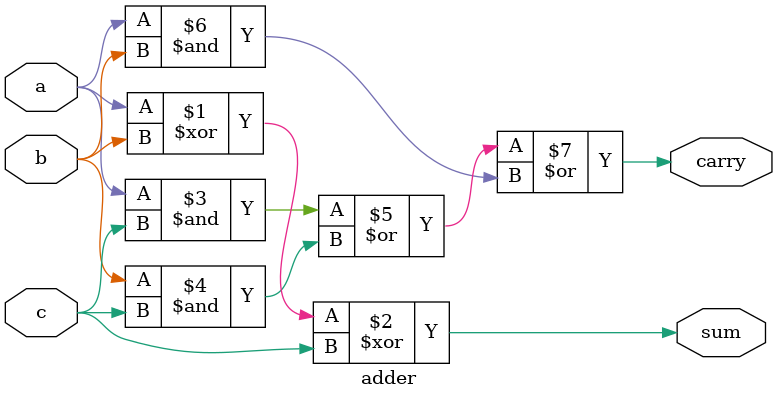
<source format=v>
`timescale 1ns / 1ps


module adder(
input a,
input b,
input c,
output sum,
output carry
    );
    assign sum = a^b^c;
    assign carry = a&c | b&c | a&b;
endmodule

</source>
